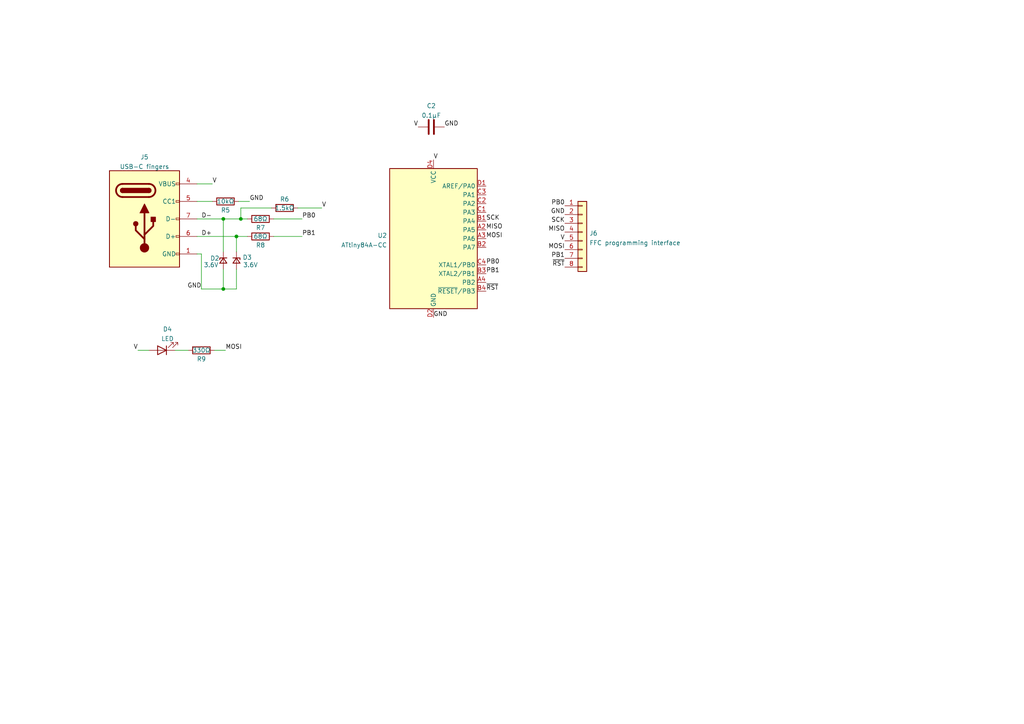
<source format=kicad_sch>
(kicad_sch (version 20211123) (generator eeschema)
  (paper "A4")
  (lib_symbols
    (symbol "Connector_Generic:Conn_01x08" (pin_names (offset 1.016) hide)
      (property "Reference" "J" (at 0 10.16 0))
      (property "Value" "Conn_01x08" (at 0 -12.7 0))
      (symbol "Conn_01x08_1_1"
        (rectangle (start -1.27 -10.033) (end 0 -10.287) (stroke (width 0.1524)))
        (rectangle (start -1.27 -7.493) (end 0 -7.747) (stroke (width 0.1524)))
        (rectangle (start -1.27 -4.953) (end 0 -5.207) (stroke (width 0.1524)))
        (rectangle (start -1.27 -2.413) (end 0 -2.667) (stroke (width 0.1524)))
        (rectangle (start -1.27 0.127) (end 0 -0.127) (stroke (width 0.1524)))
        (rectangle (start -1.27 2.667) (end 0 2.413) (stroke (width 0.1524)))
        (rectangle (start -1.27 5.207) (end 0 4.953) (stroke (width 0.1524)))
        (rectangle (start -1.27 7.747) (end 0 7.493) (stroke (width 0.1524)))
        (rectangle (start -1.27 8.89) (end 1.27 -11.43) (stroke (width 0.254)) (fill (type background)))
        (pin passive line (at -5.08 7.62 0) (length 3.81) (name "Pin_1") (number "1"))
        (pin passive line (at -5.08 5.08 0) (length 3.81) (name "Pin_2") (number "2"))
        (pin passive line (at -5.08 2.54 0) (length 3.81) (name "Pin_3") (number "3"))
        (pin passive line (at -5.08 0 0) (length 3.81) (name "Pin_4") (number "4"))
        (pin passive line (at -5.08 -2.54 0) (length 3.81) (name "Pin_5") (number "5"))
        (pin passive line (at -5.08 -5.08 0) (length 3.81) (name "Pin_6") (number "6"))
        (pin passive line (at -5.08 -7.62 0) (length 3.81) (name "Pin_7") (number "7"))
        (pin passive line (at -5.08 -10.16 0) (length 3.81) (name "Pin_8") (number "8"))
      )
    )
    (symbol "Device:C" (pin_numbers hide) (pin_names (offset 0.254))
      (property "Reference" "C" (at 0.635 2.54 0))
      (property "Value" "C" (at 0.635 -2.54 0))
      (symbol "C_0_1"
        (polyline (pts (xy -2.032 -0.762) (xy 2.032 -0.762)) (stroke (width 0.508)))
        (polyline (pts (xy -2.032 0.762) (xy 2.032 0.762)) (stroke (width 0.508)))
      )
      (symbol "C_1_1"
        (pin passive line (at 0 3.81 270) (length 2.794) (name "~") (number "1"))
        (pin passive line (at 0 -3.81 90) (length 2.794) (name "~") (number "2"))
      )
    )
    (symbol "Device:D_Zener_Small" (pin_numbers hide) (pin_names (offset 0.254) hide)
      (property "Reference" "D" (at 0 2.286 0))
      (property "Value" "D_Zener_Small" (at 0 -2.286 0))
      (symbol "D_Zener_Small_0_1"
        (polyline (pts (xy 0.762 0) (xy -0.762 0)))
        (polyline (pts (xy -0.254 1.016) (xy -0.762 1.016) (xy -0.762 -1.016)) (stroke (width 0.254)))
        (polyline (pts (xy 0.762 1.016) (xy -0.762 0) (xy 0.762 -1.016) (xy 0.762 1.016)) (stroke (width 0.254)))
      )
      (symbol "D_Zener_Small_1_1"
        (pin passive line (at -2.54 0 0) (length 1.778) (name "K") (number "1"))
        (pin passive line (at 2.54 0 180) (length 1.778) (name "A") (number "2"))
      )
    )
    (symbol "Device:LED" (pin_numbers hide) (pin_names (offset 1.016) hide)
      (property "Reference" "D" (at 0 2.54 0))
      (property "Value" "LED" (at 0 -2.54 0))
      (symbol "LED_0_1"
        (polyline (pts (xy -1.27 -1.27) (xy -1.27 1.27)) (stroke (width 0.254)))
        (polyline (pts (xy -1.27 0) (xy 1.27 0)))
        (polyline (pts (xy 1.27 -1.27) (xy 1.27 1.27) (xy -1.27 0) (xy 1.27 -1.27)) (stroke (width 0.254)))
        (polyline (pts (xy -3.048 -0.762) (xy -4.572 -2.286) (xy -3.81 -2.286) (xy -4.572 -2.286) (xy -4.572 -1.524)))
        (polyline (pts (xy -1.778 -0.762) (xy -3.302 -2.286) (xy -2.54 -2.286) (xy -3.302 -2.286) (xy -3.302 -1.524)))
      )
      (symbol "LED_1_1"
        (pin passive line (at -3.81 0 0) (length 2.54) (name "K") (number "1"))
        (pin passive line (at 3.81 0 180) (length 2.54) (name "A") (number "2"))
      )
    )
    (symbol "Device:R" (pin_numbers hide) (pin_names (offset 0))
      (property "Reference" "R" (at 2.032 0 90))
      (property "Value" "R" (at 0 0 90))
      (symbol "R_0_1"
        (rectangle (start -1.016 -2.54) (end 1.016 2.54) (stroke (width 0.254)))
      )
      (symbol "R_1_1"
        (pin passive line (at 0 3.81 270) (length 1.27) (name "~") (number "1"))
        (pin passive line (at 0 -3.81 90) (length 1.27) (name "~") (number "2"))
      )
    )
    (symbol "MCU_Microchip_ATtiny:ATtiny84A-CC"
      (property "Reference" "U" (at -12.7 21.59 0))
      (property "Value" "ATtiny84A-CC" (at 2.54 -21.59 0))
      (symbol "ATtiny84A-CC_0_1"
        (rectangle (start -12.7 -20.32) (end 12.7 20.32) (stroke (width 0.254)) (fill (type background)))
      )
      (symbol "ATtiny84A-CC_1_1"
        (pin bidirectional line (at 15.24 2.54 180) (length 2.54) (name "PA5") (number "A2"))
        (pin bidirectional line (at 15.24 0 180) (length 2.54) (name "PA6") (number "A3"))
        (pin bidirectional line (at 15.24 -12.7 180) (length 2.54) (name "PB2") (number "A4"))
        (pin bidirectional line (at 15.24 5.08 180) (length 2.54) (name "PA4") (number "B1"))
        (pin bidirectional line (at 15.24 -2.54 180) (length 2.54) (name "PA7") (number "B2"))
        (pin bidirectional line (at 15.24 -10.16 180) (length 2.54) (name "XTAL2/PB1") (number "B3"))
        (pin bidirectional line (at 15.24 -15.24 180) (length 2.54) (name "~{RESET}/PB3") (number "B4"))
        (pin bidirectional line (at 15.24 7.62 180) (length 2.54) (name "PA3") (number "C1"))
        (pin bidirectional line (at 15.24 10.16 180) (length 2.54) (name "PA2") (number "C2"))
        (pin bidirectional line (at 15.24 12.7 180) (length 2.54) (name "PA1") (number "C3"))
        (pin bidirectional line (at 15.24 -7.62 180) (length 2.54) (name "XTAL1/PB0") (number "C4"))
        (pin bidirectional line (at 15.24 15.24 180) (length 2.54) (name "AREF/PA0") (number "D1"))
        (pin power_in line (at 0 -22.86 90) (length 2.54) (name "GND") (number "D2"))
        (pin passive line (at 0 -22.86 90) (length 2.54) hide (name "GND") (number "D3"))
        (pin power_in line (at 0 22.86 270) (length 2.54) (name "VCC") (number "D4"))
      )
    )
    (symbol "USB-C_PCB_experiments:PCB_USB_C_Receptacle" (pin_names (offset 1.016))
      (property "Reference" "J" (at -10.16 16.51 0))
      (property "Value" "PCB_USB_C_Receptacle" (at 19.05 16.51 0))
      (symbol "PCB_USB_C_Receptacle_0_0"
        (rectangle (start 10.16 -10.414) (end 9.144 -9.906))
        (rectangle (start 10.16 -4.826) (end 9.144 -5.334))
        (rectangle (start 10.16 0.254) (end 9.144 -0.254))
        (rectangle (start 10.16 5.334) (end 9.144 4.826))
        (rectangle (start 10.16 10.414) (end 9.144 9.906))
      )
      (symbol "PCB_USB_C_Receptacle_0_1"
        (rectangle (start -10.16 13.97) (end 10.16 -13.97) (stroke (width 0.254)) (fill (type background)))
        (arc (start -6.35 8.89) (mid -6.985 8.255) (end -6.35 7.62) (stroke (width 0.254)))
        (arc (start -6.35 8.89) (mid -6.985 8.255) (end -6.35 7.62) (stroke (width 0.254)) (fill (type outline)))
        (arc (start -6.35 10.16) (mid -8.255 8.255) (end -6.35 6.35) (stroke (width 0.508)))
        (circle (center -2.54 -1.397) (radius 0.635) (stroke (width 0.254)) (fill (type outline)))
        (circle (center 0 -8.382) (radius 1.27) (fill (type outline)))
        (polyline (pts (xy -6.35 10.16) (xy 1.27 10.16)) (stroke (width 0.508)))
        (polyline (pts (xy 0 -8.382) (xy 0 1.778)) (stroke (width 0.508)))
        (polyline (pts (xy 1.27 6.35) (xy -6.35 6.35)) (stroke (width 0.508)))
        (polyline (pts (xy 0 -5.842) (xy -2.54 -3.302) (xy -2.54 -2.032)) (stroke (width 0.508)))
        (polyline (pts (xy 0 -4.572) (xy 2.54 -2.032) (xy 2.54 -0.762)) (stroke (width 0.508)))
        (polyline (pts (xy -1.27 1.778) (xy 0 4.318) (xy 1.27 1.778) (xy -1.27 1.778)) (stroke (width 0.254)) (fill (type outline)))
        (arc (start 1.27 6.35) (mid 3.175 8.255) (end 1.27 10.16) (stroke (width 0.508)))
        (rectangle (start 1.27 7.62) (end -6.35 8.89) (stroke (width 0.254)) (fill (type outline)))
        (arc (start 1.27 7.62) (mid 1.905 8.255) (end 1.27 8.89) (stroke (width 0.254)))
        (arc (start 1.27 7.62) (mid 1.905 8.255) (end 1.27 8.89) (stroke (width 0.254)) (fill (type outline)))
        (rectangle (start 1.905 -0.762) (end 3.175 0.508) (stroke (width 0.254)) (fill (type outline)))
      )
      (symbol "PCB_USB_C_Receptacle_1_1"
        (pin passive line (at 15.24 -10.16 180) (length 5.08) (name "GND") (number "1"))
        (pin passive line (at 15.24 -10.16 180) (length 5.08) hide (name "GND") (number "12"))
        (pin passive line (at 15.24 10.16 180) (length 5.08) (name "VBUS") (number "4"))
        (pin bidirectional line (at 15.24 5.08 180) (length 5.08) (name "CC1") (number "5"))
        (pin bidirectional line (at 15.24 -5.08 180) (length 5.08) (name "D+") (number "6"))
        (pin bidirectional line (at 15.24 0 180) (length 5.08) (name "D-") (number "7"))
        (pin passive line (at 15.24 10.16 180) (length 5.08) hide (name "VBUS") (number "9"))
      )
    )
  )
  (junction (at 64.77 63.5))
  (junction (at 64.77 83.82))
  (junction (at 68.58 68.58))
  (junction (at 69.85 63.5))
  (wire (pts (xy 78.74 60.325) (xy 69.85 60.325)))
  (wire (pts (xy 79.375 63.5) (xy 87.63 63.5)))
  (wire (pts (xy 57.15 63.5) (xy 64.77 63.5)))
  (wire (pts (xy 50.8 101.6) (xy 54.61 101.6)))
  (wire (pts (xy 79.375 68.58) (xy 87.63 68.58)))
  (wire (pts (xy 69.85 60.325) (xy 69.85 63.5)))
  (wire (pts (xy 57.15 73.66) (xy 58.42 73.66)))
  (wire (pts (xy 68.58 73.025) (xy 68.58 68.58)))
  (wire (pts (xy 64.77 83.82) (xy 68.58 83.82)))
  (wire (pts (xy 57.15 58.42) (xy 61.595 58.42)))
  (wire (pts (xy 57.15 53.34) (xy 61.595 53.34)))
  (wire (pts (xy 64.77 73.025) (xy 64.77 63.5)))
  (wire (pts (xy 69.215 58.42) (xy 72.39 58.42)))
  (wire (pts (xy 64.77 63.5) (xy 69.85 63.5)))
  (wire (pts (xy 68.58 83.82) (xy 68.58 78.105)))
  (wire (pts (xy 57.15 68.58) (xy 68.58 68.58)))
  (wire (pts (xy 40.005 101.6) (xy 43.18 101.6)))
  (wire (pts (xy 62.23 101.6) (xy 65.405 101.6)))
  (wire (pts (xy 68.58 68.58) (xy 71.755 68.58)))
  (wire (pts (xy 64.77 78.105) (xy 64.77 83.82)))
  (wire (pts (xy 58.42 83.82) (xy 64.77 83.82)))
  (wire (pts (xy 86.36 60.325) (xy 93.345 60.325)))
  (wire (pts (xy 69.85 63.5) (xy 71.755 63.5)))
  (wire (pts (xy 58.42 73.66) (xy 58.42 83.82)))
  (label "D-" (at 58.42 63.5 0))
  (label "GND" (at 128.905 36.83 0))
  (label "MISO" (at 140.97 66.675 0))
  (label "V" (at 93.345 60.325 0))
  (label "PB0" (at 163.83 59.69 180))
  (label "PB1" (at 140.97 79.375 0))
  (label "PB1" (at 163.83 74.93 180))
  (label "PB1" (at 87.63 68.58 0))
  (label "V" (at 121.285 36.83 180))
  (label "V" (at 61.595 53.34 0))
  (label "V" (at 163.83 69.85 180))
  (label "MOSI" (at 140.97 69.215 0))
  (label "D+" (at 58.42 68.58 0))
  (label "~{RST}" (at 140.97 84.455 0))
  (label "PB0" (at 87.63 63.5 0))
  (label "SCK" (at 140.97 64.135 0))
  (label "MISO" (at 163.83 67.31 180))
  (label "GND" (at 163.83 62.23 180))
  (label "V" (at 40.005 101.6 180))
  (label "SCK" (at 163.83 64.77 180))
  (label "GND" (at 72.39 58.42 0))
  (label "V" (at 125.73 46.355 0))
  (label "GND" (at 125.73 92.075 0))
  (label "~{RST}" (at 163.83 77.47 180))
  (label "MOSI" (at 65.405 101.6 0))
  (label "PB0" (at 140.97 76.835 0))
  (label "MOSI" (at 163.83 72.39 180))
  (label "GND" (at 58.42 83.82 180))
  (symbol (lib_id "Device:D_Zener_Small") (at 64.77 75.565 90) (mirror x) (unit 1)
    (property "Reference" "D2" (at 60.96 74.93 90) (effects (justify right)))
    (property "Value" "3.6V" (at 59.055 76.835 90) (effects (justify right)))
    (property "Footprint" "Diode_SMD:D_0402_1005Metric" (effects hide))
  )
  (symbol (lib_id "Device:R") (at 82.55 60.325 270) (unit 1)
    (property "Reference" "R6" (at 82.55 57.785 90))
    (property "Value" "1.5kΩ" (at 82.55 60.325 90))
    (property "Footprint" "Resistor_SMD:R_0402_1005Metric" (effects hide))
  )
  (symbol (lib_id "Device:LED") (at 46.99 101.6 180) (unit 1)
    (property "Reference" "D4" (at 48.5775 95.4745 0))
    (property "Value" "LED" (at 48.5775 98.2496 0))
    (property "Footprint" "LED_SMD:LED_0402_1005Metric" (effects hide))
  )
  (symbol (lib_id "Device:R") (at 65.405 58.42 270) (mirror x) (unit 1)
    (property "Reference" "R5" (at 65.405 60.96 90))
    (property "Value" "10kΩ" (at 65.405 58.42 90))
    (property "Footprint" "Resistor_SMD:R_0402_1005Metric" (effects hide))
  )
  (symbol (lib_id "Device:D_Zener_Small") (at 68.58 75.565 270) (unit 1)
    (property "Reference" "D3" (at 70.358 74.6565 90) (effects (justify left)))
    (property "Value" "3.6V" (at 70.485 76.835 90) (effects (justify left)))
    (property "Footprint" "Diode_SMD:D_0402_1005Metric" (effects hide))
  )
  (symbol (lib_id "Device:R") (at 75.565 63.5 270) (mirror x) (unit 1)
    (property "Reference" "R7" (at 75.565 66.04 90))
    (property "Value" "68Ω" (at 75.565 63.5 90))
    (property "Footprint" "Resistor_SMD:R_0402_1005Metric" (effects hide))
  )
  (symbol (lib_id "Device:R") (at 58.42 101.6 90) (unit 1)
    (property "Reference" "R9" (at 58.42 104.14 90))
    (property "Value" "330Ω" (at 58.42 101.6 90))
    (property "Footprint" "Resistor_SMD:R_0402_1005Metric" (effects hide))
  )
  (symbol (lib_id "Connector_Generic:Conn_01x08") (at 168.91 67.31 0) (unit 1)
    (property "Reference" "J6" (at 170.942 67.6715 0) (effects (justify left)))
    (property "Value" "FFC programming interface" (at 170.942 70.4466 0) (effects (justify left)))
    (property "Footprint" "USB-C_PCB_experiments:FFC-08" (effects hide))
  )
  (symbol (lib_id "USB-C_PCB_experiments:PCB_USB_C_Receptacle") (at 41.91 63.5 0) (unit 1)
    (property "Reference" "J5" (at 41.91 45.5635 0))
    (property "Value" "USB-C fingers" (at 41.91 48.3386 0))
    (property "Footprint" "USB-C_PCB_experiments:usb-c-one-sided" (effects hide))
  )
  (symbol (lib_id "Device:R") (at 75.565 68.58 270) (mirror x) (unit 1)
    (property "Reference" "R8" (at 75.565 71.12 90))
    (property "Value" "68Ω" (at 75.565 68.58 90))
    (property "Footprint" "Resistor_SMD:R_0402_1005Metric" (effects hide))
  )
  (symbol (lib_id "Device:C") (at 125.095 36.83 270) (unit 1)
    (property "Reference" "C2" (at 125.095 30.7045 90))
    (property "Value" "0.1μF" (at 125.095 33.4796 90))
    (property "Footprint" "Capacitor_SMD:C_0402_1005Metric" (effects hide))
  )
  (symbol (lib_id "MCU_Microchip_ATtiny:ATtiny84A-CC") (at 125.73 69.215 0) (unit 1)
    (property "Reference" "U2" (at 112.2681 68.3065 0) (effects (justify right)))
    (property "Value" "ATtiny84A-CC" (at 112.2681 71.0816 0) (effects (justify right)))
    (property "Footprint" "Package_BGA:UFBGA-15_3.0x3.0mm_Layout4x4_P0.65mm" (effects hide))
    (property "Datasheet" "http://ww1.microchip.com/downloads/en/DeviceDoc/doc8183.pdf" (effects hide))
  )
)
</source>
